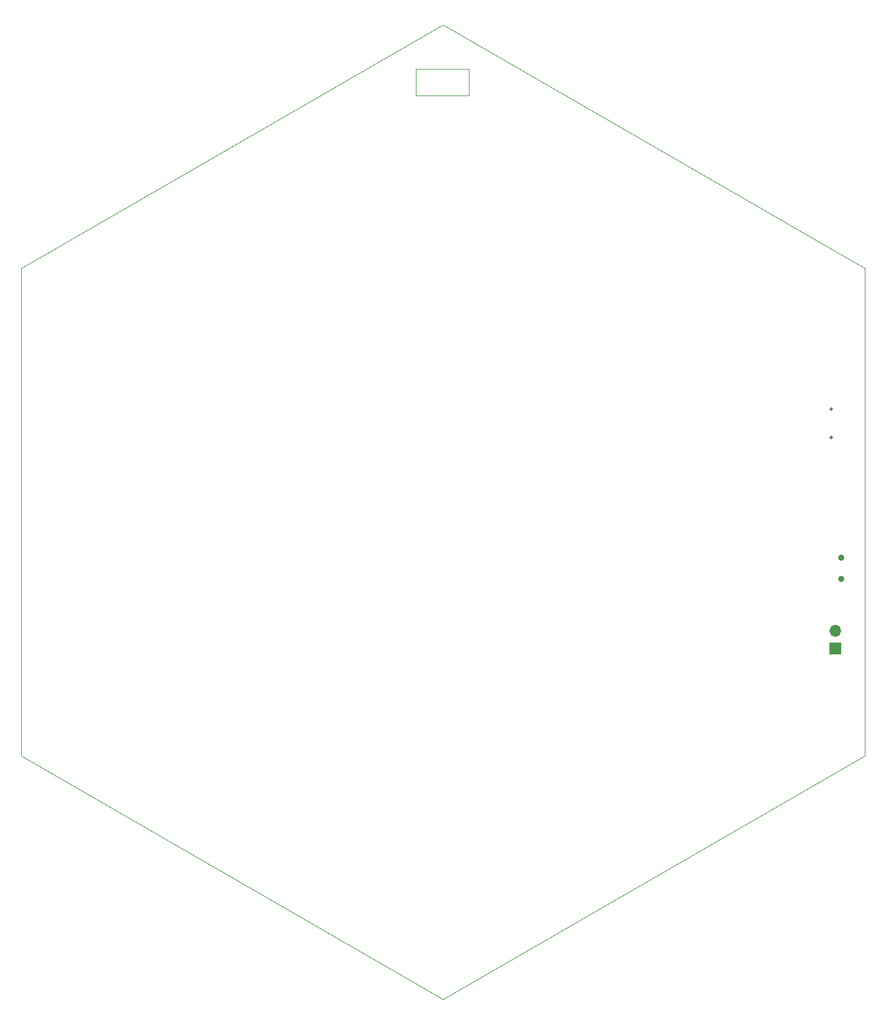
<source format=gbr>
G04 #@! TF.GenerationSoftware,KiCad,Pcbnew,(5.1.9)-1*
G04 #@! TF.CreationDate,2021-03-01T10:33:25-06:00*
G04 #@! TF.ProjectId,altbier_pcb_3d6,616c7462-6965-4725-9f70-63625f336436,1*
G04 #@! TF.SameCoordinates,Original*
G04 #@! TF.FileFunction,Soldermask,Bot*
G04 #@! TF.FilePolarity,Negative*
%FSLAX46Y46*%
G04 Gerber Fmt 4.6, Leading zero omitted, Abs format (unit mm)*
G04 Created by KiCad (PCBNEW (5.1.9)-1) date 2021-03-01 10:33:25*
%MOMM*%
%LPD*%
G01*
G04 APERTURE LIST*
G04 #@! TA.AperFunction,Profile*
%ADD10C,0.100000*%
G04 #@! TD*
G04 #@! TA.AperFunction,Profile*
%ADD11C,0.050000*%
G04 #@! TD*
%ADD12R,1.700000X1.700000*%
%ADD13O,1.700000X1.700000*%
%ADD14C,0.900000*%
%ADD15C,0.500000*%
G04 APERTURE END LIST*
D10*
X151104600Y-29286200D02*
X151104600Y-33096200D01*
X143484600Y-29286200D02*
X151104600Y-29286200D01*
X143484600Y-33096200D02*
X143484600Y-29286200D01*
X151104600Y-33096200D02*
X143484600Y-33096200D01*
D11*
X86741000Y-57889000D02*
X147362778Y-22889000D01*
X147362778Y-162889000D02*
X207984556Y-127889000D01*
X207984556Y-57889000D02*
X147362778Y-22889000D01*
X147362778Y-162889000D02*
X86741000Y-127889000D01*
X86741000Y-57889000D02*
X86741000Y-127889000D01*
X207984556Y-57889000D02*
X207984556Y-127889000D01*
D12*
G04 #@! TO.C,J2*
X203708000Y-112522000D03*
D13*
X203708000Y-109982000D03*
G04 #@! TD*
D14*
G04 #@! TO.C,SW1*
X204627000Y-102465000D03*
X204627000Y-99465000D03*
G04 #@! TD*
D15*
G04 #@! TO.C,J1*
X203147000Y-78137000D03*
X203147000Y-82137000D03*
G04 #@! TD*
M02*

</source>
